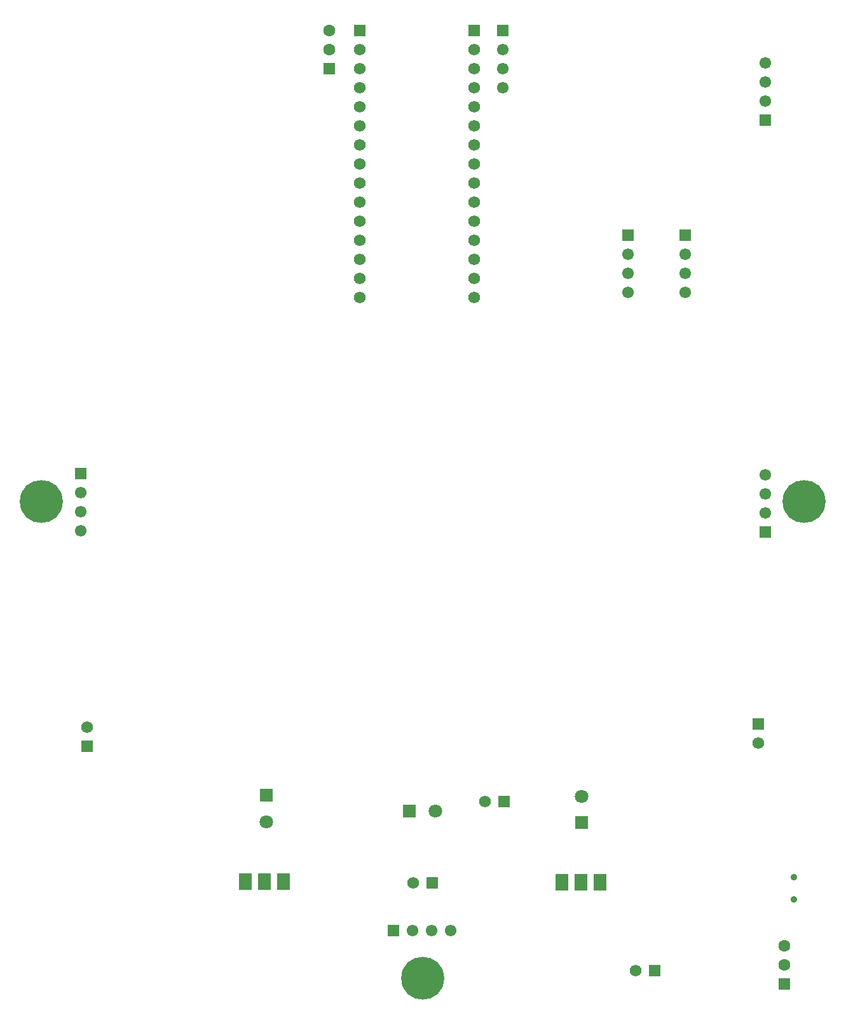
<source format=gbr>
G04*
G04 #@! TF.GenerationSoftware,Altium Limited,Altium Designer,22.4.2 (48)*
G04*
G04 Layer_Color=255*
%FSLAX24Y24*%
%MOIN*%
G70*
G04*
G04 #@! TF.SameCoordinates,94B06879-D93D-4629-8478-E99B9EA78D0E*
G04*
G04*
G04 #@! TF.FilePolarity,Positive*
G04*
G01*
G75*
%ADD49C,0.0618*%
%ADD50R,0.0618X0.0618*%
%ADD53R,0.0618X0.0618*%
%ADD54C,0.0354*%
%ADD60R,0.0701X0.0902*%
%ADD63C,0.0709*%
%ADD64R,0.0709X0.0709*%
%ADD65R,0.0610X0.0610*%
%ADD66C,0.0610*%
%ADD67R,0.0610X0.0610*%
%ADD68C,0.2250*%
%ADD69R,0.0709X0.0709*%
%ADD70R,0.0630X0.0630*%
%ADD71C,0.0630*%
D49*
X33250Y19250D02*
D03*
X26700Y45700D02*
D03*
Y46700D02*
D03*
Y47700D02*
D03*
Y48700D02*
D03*
Y49700D02*
D03*
Y50700D02*
D03*
Y51700D02*
D03*
Y52700D02*
D03*
Y53700D02*
D03*
Y54700D02*
D03*
Y55700D02*
D03*
Y56700D02*
D03*
Y57700D02*
D03*
Y58700D02*
D03*
X32700Y45700D02*
D03*
Y46700D02*
D03*
Y47700D02*
D03*
Y48700D02*
D03*
Y49700D02*
D03*
Y50700D02*
D03*
Y51700D02*
D03*
Y52700D02*
D03*
Y53700D02*
D03*
Y54700D02*
D03*
Y55700D02*
D03*
Y56700D02*
D03*
Y57700D02*
D03*
Y58700D02*
D03*
X29500Y15000D02*
D03*
X47595Y22330D02*
D03*
X41150Y10400D02*
D03*
X12400Y23150D02*
D03*
D50*
X34250Y19250D02*
D03*
X30500Y15000D02*
D03*
X42150Y10400D02*
D03*
D53*
X26700Y59700D02*
D03*
X32700D02*
D03*
X47595Y23330D02*
D03*
X12400Y22150D02*
D03*
D54*
X49450Y15300D02*
D03*
Y14119D02*
D03*
D60*
X20700Y15074D02*
D03*
X21700D02*
D03*
X22700D02*
D03*
X37300Y15024D02*
D03*
X38300D02*
D03*
X39300D02*
D03*
D63*
X30650Y18750D02*
D03*
X38311Y19539D02*
D03*
X21789Y18211D02*
D03*
D64*
X29272Y18750D02*
D03*
D65*
X47950Y55000D02*
D03*
X43750Y48950D02*
D03*
X40750D02*
D03*
X34200Y59700D02*
D03*
X12050Y36450D02*
D03*
X47950Y33400D02*
D03*
D66*
Y56000D02*
D03*
Y57000D02*
D03*
Y58000D02*
D03*
X29450Y12500D02*
D03*
X30450D02*
D03*
X31450D02*
D03*
X43750Y47950D02*
D03*
Y46950D02*
D03*
Y45950D02*
D03*
X40750Y47950D02*
D03*
Y46950D02*
D03*
Y45950D02*
D03*
X34200Y58700D02*
D03*
Y57700D02*
D03*
Y56700D02*
D03*
X12050Y35450D02*
D03*
Y34450D02*
D03*
Y33450D02*
D03*
X47950Y34400D02*
D03*
Y35400D02*
D03*
Y36400D02*
D03*
D67*
X28450Y12500D02*
D03*
D68*
X10000Y35000D02*
D03*
X50000D02*
D03*
X30000Y10000D02*
D03*
D69*
X38311Y18161D02*
D03*
X21789Y19589D02*
D03*
D70*
X48950Y9700D02*
D03*
X25100Y57700D02*
D03*
D71*
X48950Y10700D02*
D03*
Y11700D02*
D03*
X25100Y58700D02*
D03*
Y59700D02*
D03*
M02*

</source>
